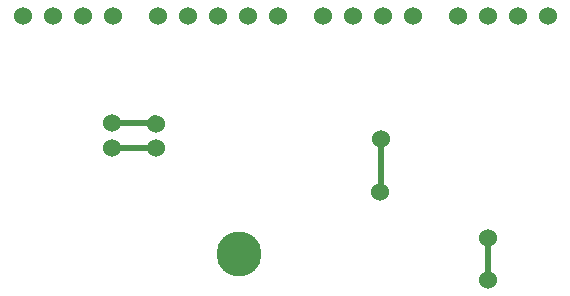
<source format=gbr>
G04 #@! TF.GenerationSoftware,KiCad,Pcbnew,(5.0.0-rc2-dev-586-g888c43477)*
G04 #@! TF.CreationDate,2018-06-03T15:17:15-03:00*
G04 #@! TF.ProjectId,Signal,5369676E616C2E6B696361645F706362,rev?*
G04 #@! TF.SameCoordinates,Original*
G04 #@! TF.FileFunction,Copper,L1,Top,Signal*
G04 #@! TF.FilePolarity,Positive*
%FSLAX46Y46*%
G04 Gerber Fmt 4.6, Leading zero omitted, Abs format (unit mm)*
G04 Created by KiCad (PCBNEW (5.0.0-rc2-dev-586-g888c43477)) date 06/03/18 15:17:15*
%MOMM*%
%LPD*%
G01*
G04 APERTURE LIST*
%ADD10C,3.800000*%
%ADD11C,1.524000*%
%ADD12C,0.508000*%
G04 APERTURE END LIST*
D10*
X48006000Y-40482000D03*
D11*
X71628000Y-20320000D03*
X69088000Y-20320000D03*
X66548000Y-20320000D03*
X62738000Y-20320000D03*
X60198000Y-20320000D03*
X57658000Y-20320000D03*
X55118000Y-20320000D03*
X51308000Y-20320000D03*
X48768000Y-20320000D03*
X46228000Y-20320000D03*
X43688000Y-20320000D03*
X41148000Y-20320000D03*
X37338000Y-20320000D03*
X34798000Y-20320000D03*
X32258000Y-20320000D03*
X29718000Y-20320000D03*
X74168000Y-20320000D03*
X69088026Y-42672000D03*
X69088000Y-39116000D03*
X60070810Y-30750000D03*
X37250000Y-31500002D03*
X41000000Y-31500000D03*
X60000000Y-35250000D03*
X37250000Y-29421187D03*
X41000000Y-29500000D03*
D12*
X69088026Y-42672000D02*
X69088026Y-39116026D01*
X69088026Y-39116026D02*
X69088000Y-39116000D01*
X59944000Y-30876810D02*
X60070810Y-30750000D01*
X37254002Y-31496000D02*
X37250000Y-31500002D01*
X37250000Y-31500002D02*
X40999998Y-31500002D01*
X40999998Y-31500002D02*
X41000000Y-31500000D01*
X60070810Y-35179190D02*
X60000000Y-35250000D01*
X60070810Y-30750000D02*
X60070810Y-35179190D01*
X37292813Y-29464000D02*
X37250000Y-29421187D01*
X37250000Y-29421187D02*
X40399613Y-29421187D01*
X40399613Y-29421187D02*
X40820800Y-29000000D01*
M02*

</source>
